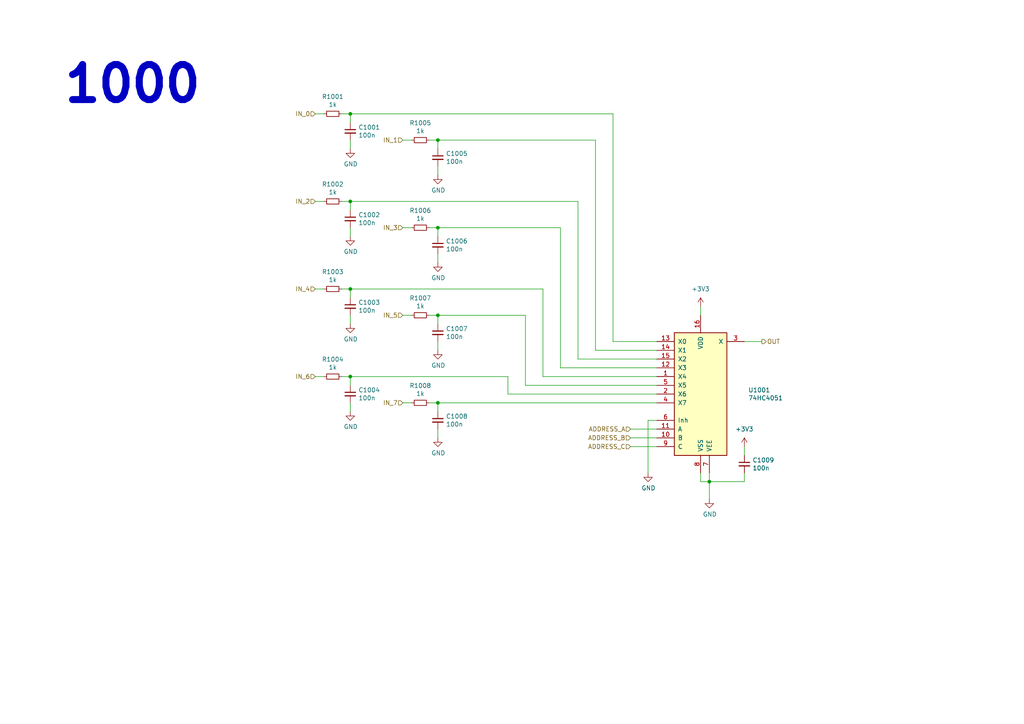
<source format=kicad_sch>
(kicad_sch (version 20231120) (generator "eeschema") (generator_version "8.0")
  (paper "A4")
  (lib_symbols
    (symbol "+3V3_1" (power) (pin_names (offset 0))
      (property "Value" "+3V3" (at 0 3.556 0))
      (symbol "+3V3_1_0_1"
        (polyline (pts (xy -0.762 1.27) (xy 0 2.54)))
        (polyline (pts (xy 0 0) (xy 0 2.54)))
        (polyline (pts (xy 0 2.54) (xy 0.762 1.27)))
      )
      (symbol "+3V3_1_1_1"
        (pin power_in line (at 0 0 90) (length 0) hide (name "+3V3") (number "1"))
      )
    )
    (symbol "CAP_1" (pin_numbers hide) (pin_names (offset 0.254) hide)
      (property "Reference" "C" (at 0.254 1.778 0))
      (symbol "CAP_1_0_1"
        (polyline (pts (xy -1.524 -0.508) (xy 1.524 -0.508)) (stroke (width 0.3302)))
        (polyline (pts (xy -1.524 0.508) (xy 1.524 0.508)) (stroke (width 0.3048)))
      )
      (symbol "CAP_1_1_1"
        (pin passive line (at 0 2.54 270) (length 2.032) (name "~") (number "1"))
        (pin passive line (at 0 -2.54 90) (length 2.032) (name "~") (number "2"))
      )
    )
    (symbol "CAP_2" (pin_numbers hide) (pin_names (offset 0.254) hide)
      (property "Reference" "C" (at 0.254 1.778 0))
      (symbol "CAP_2_0_1"
        (polyline (pts (xy -1.524 -0.508) (xy 1.524 -0.508)) (stroke (width 0.3302)))
        (polyline (pts (xy -1.524 0.508) (xy 1.524 0.508)) (stroke (width 0.3048)))
      )
      (symbol "CAP_2_1_1"
        (pin passive line (at 0 2.54 270) (length 2.032) (name "~") (number "1"))
        (pin passive line (at 0 -2.54 90) (length 2.032) (name "~") (number "2"))
      )
    )
    (symbol "CAP_3" (pin_numbers hide) (pin_names (offset 0.254) hide)
      (property "Reference" "C" (at 0.254 1.778 0))
      (symbol "CAP_3_0_1"
        (polyline (pts (xy -1.524 -0.508) (xy 1.524 -0.508)) (stroke (width 0.3302)))
        (polyline (pts (xy -1.524 0.508) (xy 1.524 0.508)) (stroke (width 0.3048)))
      )
      (symbol "CAP_3_1_1"
        (pin passive line (at 0 2.54 270) (length 2.032) (name "~") (number "1"))
        (pin passive line (at 0 -2.54 90) (length 2.032) (name "~") (number "2"))
      )
    )
    (symbol "CAP_4" (pin_numbers hide) (pin_names (offset 0.254) hide)
      (property "Reference" "C" (at 0.254 1.778 0))
      (symbol "CAP_4_0_1"
        (polyline (pts (xy -1.524 -0.508) (xy 1.524 -0.508)) (stroke (width 0.3302)))
        (polyline (pts (xy -1.524 0.508) (xy 1.524 0.508)) (stroke (width 0.3048)))
      )
      (symbol "CAP_4_1_1"
        (pin passive line (at 0 2.54 270) (length 2.032) (name "~") (number "1"))
        (pin passive line (at 0 -2.54 90) (length 2.032) (name "~") (number "2"))
      )
    )
    (symbol "CAP_5" (pin_numbers hide) (pin_names (offset 0.254) hide)
      (property "Reference" "C" (at 0.254 1.778 0))
      (symbol "CAP_5_0_1"
        (polyline (pts (xy -1.524 -0.508) (xy 1.524 -0.508)) (stroke (width 0.3302)))
        (polyline (pts (xy -1.524 0.508) (xy 1.524 0.508)) (stroke (width 0.3048)))
      )
      (symbol "CAP_5_1_1"
        (pin passive line (at 0 2.54 270) (length 2.032) (name "~") (number "1"))
        (pin passive line (at 0 -2.54 90) (length 2.032) (name "~") (number "2"))
      )
    )
    (symbol "CAP_6" (pin_numbers hide) (pin_names (offset 0.254) hide)
      (property "Reference" "C" (at 0.254 1.778 0))
      (symbol "CAP_6_0_1"
        (polyline (pts (xy -1.524 -0.508) (xy 1.524 -0.508)) (stroke (width 0.3302)))
        (polyline (pts (xy -1.524 0.508) (xy 1.524 0.508)) (stroke (width 0.3048)))
      )
      (symbol "CAP_6_1_1"
        (pin passive line (at 0 2.54 270) (length 2.032) (name "~") (number "1"))
        (pin passive line (at 0 -2.54 90) (length 2.032) (name "~") (number "2"))
      )
    )
    (symbol "CAP_7" (pin_numbers hide) (pin_names (offset 0.254) hide)
      (property "Reference" "C" (at 0.254 1.778 0))
      (symbol "CAP_7_0_1"
        (polyline (pts (xy -1.524 -0.508) (xy 1.524 -0.508)) (stroke (width 0.3302)))
        (polyline (pts (xy -1.524 0.508) (xy 1.524 0.508)) (stroke (width 0.3048)))
      )
      (symbol "CAP_7_1_1"
        (pin passive line (at 0 2.54 270) (length 2.032) (name "~") (number "1"))
        (pin passive line (at 0 -2.54 90) (length 2.032) (name "~") (number "2"))
      )
    )
    (symbol "CAP_8" (pin_numbers hide) (pin_names (offset 0.254) hide)
      (property "Reference" "C" (at 0.254 1.778 0))
      (symbol "CAP_8_0_1"
        (polyline (pts (xy -1.524 -0.508) (xy 1.524 -0.508)) (stroke (width 0.3302)))
        (polyline (pts (xy -1.524 0.508) (xy 1.524 0.508)) (stroke (width 0.3048)))
      )
      (symbol "CAP_8_1_1"
        (pin passive line (at 0 2.54 270) (length 2.032) (name "~") (number "1"))
        (pin passive line (at 0 -2.54 90) (length 2.032) (name "~") (number "2"))
      )
    )
    (symbol "GND_1" (power) (pin_names (offset 0))
      (property "Value" "GND" (at 0 -3.81 0))
      (symbol "GND_1_0_1"
        (polyline (pts (xy 0 0) (xy 0 -1.27) (xy 1.27 -1.27) (xy 0 -2.54) (xy -1.27 -1.27) (xy 0 -1.27)))
      )
      (symbol "GND_1_1_1"
        (pin power_in line (at 0 0 270) (length 0) hide (name "GND") (number "1"))
      )
    )
    (symbol "GND_2" (power) (pin_names (offset 0))
      (property "Value" "GND" (at 0 -3.81 0))
      (symbol "GND_2_0_1"
        (polyline (pts (xy 0 0) (xy 0 -1.27) (xy 1.27 -1.27) (xy 0 -2.54) (xy -1.27 -1.27) (xy 0 -1.27)))
      )
      (symbol "GND_2_1_1"
        (pin power_in line (at 0 0 270) (length 0) hide (name "GND") (number "1"))
      )
    )
    (symbol "GND_3" (power) (pin_names (offset 0))
      (property "Value" "GND" (at 0 -3.81 0))
      (symbol "GND_3_0_1"
        (polyline (pts (xy 0 0) (xy 0 -1.27) (xy 1.27 -1.27) (xy 0 -2.54) (xy -1.27 -1.27) (xy 0 -1.27)))
      )
      (symbol "GND_3_1_1"
        (pin power_in line (at 0 0 270) (length 0) hide (name "GND") (number "1"))
      )
    )
    (symbol "GND_4" (power) (pin_names (offset 0))
      (property "Value" "GND" (at 0 -3.81 0))
      (symbol "GND_4_0_1"
        (polyline (pts (xy 0 0) (xy 0 -1.27) (xy 1.27 -1.27) (xy 0 -2.54) (xy -1.27 -1.27) (xy 0 -1.27)))
      )
      (symbol "GND_4_1_1"
        (pin power_in line (at 0 0 270) (length 0) hide (name "GND") (number "1"))
      )
    )
    (symbol "GND_5" (power) (pin_names (offset 0))
      (property "Value" "GND" (at 0 -3.81 0))
      (symbol "GND_5_0_1"
        (polyline (pts (xy 0 0) (xy 0 -1.27) (xy 1.27 -1.27) (xy 0 -2.54) (xy -1.27 -1.27) (xy 0 -1.27)))
      )
      (symbol "GND_5_1_1"
        (pin power_in line (at 0 0 270) (length 0) hide (name "GND") (number "1"))
      )
    )
    (symbol "GND_6" (power) (pin_names (offset 0))
      (property "Value" "GND" (at 0 -3.81 0))
      (symbol "GND_6_0_1"
        (polyline (pts (xy 0 0) (xy 0 -1.27) (xy 1.27 -1.27) (xy 0 -2.54) (xy -1.27 -1.27) (xy 0 -1.27)))
      )
      (symbol "GND_6_1_1"
        (pin power_in line (at 0 0 270) (length 0) hide (name "GND") (number "1"))
      )
    )
    (symbol "GND_7" (power) (pin_names (offset 0))
      (property "Value" "GND" (at 0 -3.81 0))
      (symbol "GND_7_0_1"
        (polyline (pts (xy 0 0) (xy 0 -1.27) (xy 1.27 -1.27) (xy 0 -2.54) (xy -1.27 -1.27) (xy 0 -1.27)))
      )
      (symbol "GND_7_1_1"
        (pin power_in line (at 0 0 270) (length 0) hide (name "GND") (number "1"))
      )
    )
    (symbol "GND_8" (power) (pin_names (offset 0))
      (property "Value" "GND" (at 0 -3.81 0))
      (symbol "GND_8_0_1"
        (polyline (pts (xy 0 0) (xy 0 -1.27) (xy 1.27 -1.27) (xy 0 -2.54) (xy -1.27 -1.27) (xy 0 -1.27)))
      )
      (symbol "GND_8_1_1"
        (pin power_in line (at 0 0 270) (length 0) hide (name "GND") (number "1"))
      )
    )
    (symbol "GND_9" (power) (pin_names (offset 0))
      (property "Value" "GND" (at 0 -3.81 0))
      (symbol "GND_9_0_1"
        (polyline (pts (xy 0 0) (xy 0 -1.27) (xy 1.27 -1.27) (xy 0 -2.54) (xy -1.27 -1.27) (xy 0 -1.27)))
      )
      (symbol "GND_9_1_1"
        (pin power_in line (at 0 0 270) (length 0) hide (name "GND") (number "1"))
      )
    )
    (symbol "RES_1" (pin_numbers hide) (pin_names (offset 0.254) hide)
      (property "Reference" "R" (at 0.762 0.508 0))
      (symbol "RES_1_1_1"
        (rectangle (start -0.762 1.778) (end 0.762 -1.778) (stroke (width 0.2032)))
        (pin passive line (at 0 2.54 270) (length 0.762) (name "~") (number "1"))
        (pin passive line (at 0 -2.54 90) (length 0.762) (name "~") (number "2"))
      )
    )
    (symbol "RES_2" (pin_numbers hide) (pin_names (offset 0.254) hide)
      (property "Reference" "R" (at 0.762 0.508 0))
      (symbol "RES_2_1_1"
        (rectangle (start -0.762 1.778) (end 0.762 -1.778) (stroke (width 0.2032)))
        (pin passive line (at 0 2.54 270) (length 0.762) (name "~") (number "1"))
        (pin passive line (at 0 -2.54 90) (length 0.762) (name "~") (number "2"))
      )
    )
    (symbol "RES_3" (pin_numbers hide) (pin_names (offset 0.254) hide)
      (property "Reference" "R" (at 0.762 0.508 0))
      (symbol "RES_3_1_1"
        (rectangle (start -0.762 1.778) (end 0.762 -1.778) (stroke (width 0.2032)))
        (pin passive line (at 0 2.54 270) (length 0.762) (name "~") (number "1"))
        (pin passive line (at 0 -2.54 90) (length 0.762) (name "~") (number "2"))
      )
    )
    (symbol "RES_4" (pin_numbers hide) (pin_names (offset 0.254) hide)
      (property "Reference" "R" (at 0.762 0.508 0))
      (symbol "RES_4_1_1"
        (rectangle (start -0.762 1.778) (end 0.762 -1.778) (stroke (width 0.2032)))
        (pin passive line (at 0 2.54 270) (length 0.762) (name "~") (number "1"))
        (pin passive line (at 0 -2.54 90) (length 0.762) (name "~") (number "2"))
      )
    )
    (symbol "RES_5" (pin_numbers hide) (pin_names (offset 0.254) hide)
      (property "Reference" "R" (at 0.762 0.508 0))
      (symbol "RES_5_1_1"
        (rectangle (start -0.762 1.778) (end 0.762 -1.778) (stroke (width 0.2032)))
        (pin passive line (at 0 2.54 270) (length 0.762) (name "~") (number "1"))
        (pin passive line (at 0 -2.54 90) (length 0.762) (name "~") (number "2"))
      )
    )
    (symbol "RES_6" (pin_numbers hide) (pin_names (offset 0.254) hide)
      (property "Reference" "R" (at 0.762 0.508 0))
      (symbol "RES_6_1_1"
        (rectangle (start -0.762 1.778) (end 0.762 -1.778) (stroke (width 0.2032)))
        (pin passive line (at 0 2.54 270) (length 0.762) (name "~") (number "1"))
        (pin passive line (at 0 -2.54 90) (length 0.762) (name "~") (number "2"))
      )
    )
    (symbol "RES_7" (pin_numbers hide) (pin_names (offset 0.254) hide)
      (property "Reference" "R" (at 0.762 0.508 0))
      (symbol "RES_7_1_1"
        (rectangle (start -0.762 1.778) (end 0.762 -1.778) (stroke (width 0.2032)))
        (pin passive line (at 0 2.54 270) (length 0.762) (name "~") (number "1"))
        (pin passive line (at 0 -2.54 90) (length 0.762) (name "~") (number "2"))
      )
    )
    (symbol "power:+3V3" (power) (pin_names (offset 0))
      (property "Value" "+3V3" (at 0 3.556 0))
      (symbol "+3V3_0_1"
        (polyline (pts (xy -0.762 1.27) (xy 0 2.54)))
        (polyline (pts (xy 0 0) (xy 0 2.54)))
        (polyline (pts (xy 0 2.54) (xy 0.762 1.27)))
      )
      (symbol "+3V3_1_1"
        (pin power_in line (at 0 0 90) (length 0) hide (name "+3V3") (number "1"))
      )
    )
    (symbol "power:GND" (power) (pin_names (offset 0))
      (property "Value" "GND" (at 0 -3.81 0))
      (symbol "GND_0_1"
        (polyline (pts (xy 0 0) (xy 0 -1.27) (xy 1.27 -1.27) (xy 0 -2.54) (xy -1.27 -1.27) (xy 0 -1.27)))
      )
      (symbol "GND_1_1"
        (pin power_in line (at 0 0 270) (length 0) hide (name "GND") (number "1"))
      )
    )
    (symbol "suku_basics:74HC4051" (pin_names (offset 1.016))
      (property "Reference" "U" (at -7.62 19.05 0))
      (property "Value" "74HC4051" (at -7.62 -19.05 0))
      (symbol "74HC4051_1_0"
        (pin passive line (at -12.7 5.08 0) (length 5.08) (name "X4") (number "1"))
        (pin input line (at -12.7 -12.7 0) (length 5.08) (name "B") (number "10"))
        (pin input line (at -12.7 -10.16 0) (length 5.08) (name "A") (number "11"))
        (pin passive line (at -12.7 7.62 0) (length 5.08) (name "X3") (number "12"))
        (pin passive line (at -12.7 15.24 0) (length 5.08) (name "X0") (number "13"))
        (pin passive line (at -12.7 12.7 0) (length 5.08) (name "X1") (number "14"))
        (pin passive line (at -12.7 10.16 0) (length 5.08) (name "X2") (number "15"))
        (pin power_in line (at 0 22.86 270) (length 5.08) (name "VDD") (number "16"))
        (pin passive line (at -12.7 0 0) (length 5.08) (name "X6") (number "2"))
        (pin passive line (at 12.7 15.24 180) (length 5.08) (name "X") (number "3"))
        (pin passive line (at -12.7 -2.54 0) (length 5.08) (name "X7") (number "4"))
        (pin passive line (at -12.7 2.54 0) (length 5.08) (name "X5") (number "5"))
        (pin input line (at -12.7 -7.62 0) (length 5.08) (name "Inh") (number "6"))
        (pin power_in line (at 2.54 -22.86 90) (length 5.08) (name "VEE") (number "7"))
        (pin power_in line (at 0 -22.86 90) (length 5.08) (name "VSS") (number "8"))
        (pin input line (at -12.7 -15.24 0) (length 5.08) (name "C") (number "9"))
      )
      (symbol "74HC4051_1_1"
        (rectangle (start -7.62 17.78) (end 7.62 -17.78) (stroke (width 0.254)) (fill (type background)))
      )
    )
    (symbol "suku_basics:CAP" (pin_numbers hide) (pin_names (offset 0.254) hide)
      (property "Reference" "C" (at 0.254 1.778 0))
      (symbol "CAP_0_1"
        (polyline (pts (xy -1.524 -0.508) (xy 1.524 -0.508)) (stroke (width 0.3302)))
        (polyline (pts (xy -1.524 0.508) (xy 1.524 0.508)) (stroke (width 0.3048)))
      )
      (symbol "CAP_1_1"
        (pin passive line (at 0 2.54 270) (length 2.032) (name "~") (number "1"))
        (pin passive line (at 0 -2.54 90) (length 2.032) (name "~") (number "2"))
      )
    )
    (symbol "suku_basics:RES" (pin_numbers hide) (pin_names (offset 0.254) hide)
      (property "Reference" "R" (at 0.762 0.508 0))
      (symbol "RES_1_1"
        (rectangle (start -0.762 1.778) (end 0.762 -1.778) (stroke (width 0.2032)))
        (pin passive line (at 0 2.54 270) (length 0.762) (name "~") (number "1"))
        (pin passive line (at 0 -2.54 90) (length 0.762) (name "~") (number "2"))
      )
    )
  )
  (junction (at 127 66.04))
  (junction (at 101.6 58.42))
  (junction (at 127 40.64))
  (junction (at 127 116.84))
  (junction (at 101.6 83.82))
  (junction (at 101.6 109.22))
  (junction (at 127 91.44))
  (junction (at 101.6 33.02))
  (junction (at 205.74 139.7))
  (wire (pts (xy 127 91.44) (xy 152.4 91.44)))
  (wire (pts (xy 101.6 43.18) (xy 101.6 40.64)))
  (wire (pts (xy 157.48 83.82) (xy 157.48 109.22)))
  (wire (pts (xy 127 68.58) (xy 127 66.04)))
  (wire (pts (xy 190.5 99.06) (xy 177.8 99.06)))
  (wire (pts (xy 101.6 119.38) (xy 101.6 116.84)))
  (wire (pts (xy 203.2 137.16) (xy 203.2 139.7)))
  (wire (pts (xy 101.6 68.58) (xy 101.6 66.04)))
  (wire (pts (xy 215.9 139.7) (xy 215.9 137.16)))
  (wire (pts (xy 127 116.84) (xy 190.5 116.84)))
  (wire (pts (xy 101.6 111.76) (xy 101.6 109.22)))
  (wire (pts (xy 91.44 33.02) (xy 93.98 33.02)))
  (wire (pts (xy 101.6 33.02) (xy 177.8 33.02)))
  (wire (pts (xy 187.96 121.92) (xy 190.5 121.92)))
  (wire (pts (xy 203.2 88.9) (xy 203.2 91.44)))
  (wire (pts (xy 152.4 111.76) (xy 190.5 111.76)))
  (wire (pts (xy 127 76.2) (xy 127 73.66)))
  (wire (pts (xy 127 40.64) (xy 172.72 40.64)))
  (wire (pts (xy 91.44 83.82) (xy 93.98 83.82)))
  (wire (pts (xy 127 66.04) (xy 162.56 66.04)))
  (wire (pts (xy 101.6 93.98) (xy 101.6 91.44)))
  (wire (pts (xy 147.32 114.3) (xy 190.5 114.3)))
  (wire (pts (xy 101.6 109.22) (xy 147.32 109.22)))
  (wire (pts (xy 162.56 66.04) (xy 162.56 106.68)))
  (wire (pts (xy 152.4 91.44) (xy 152.4 111.76)))
  (wire (pts (xy 167.64 58.42) (xy 167.64 104.14)))
  (wire (pts (xy 215.9 129.54) (xy 215.9 132.08)))
  (wire (pts (xy 172.72 40.64) (xy 172.72 101.6)))
  (wire (pts (xy 99.06 83.82) (xy 101.6 83.82)))
  (wire (pts (xy 101.6 35.56) (xy 101.6 33.02)))
  (wire (pts (xy 101.6 58.42) (xy 167.64 58.42)))
  (wire (pts (xy 147.32 109.22) (xy 147.32 114.3)))
  (wire (pts (xy 205.74 144.78) (xy 205.74 139.7)))
  (wire (pts (xy 119.38 116.84) (xy 116.84 116.84)))
  (wire (pts (xy 119.38 40.64) (xy 116.84 40.64)))
  (wire (pts (xy 101.6 33.02) (xy 99.06 33.02)))
  (wire (pts (xy 157.48 109.22) (xy 190.5 109.22)))
  (wire (pts (xy 101.6 86.36) (xy 101.6 83.82)))
  (wire (pts (xy 177.8 33.02) (xy 177.8 99.06)))
  (wire (pts (xy 187.96 137.16) (xy 187.96 121.92)))
  (wire (pts (xy 99.06 109.22) (xy 101.6 109.22)))
  (wire (pts (xy 182.88 124.46) (xy 190.5 124.46)))
  (wire (pts (xy 119.38 91.44) (xy 116.84 91.44)))
  (wire (pts (xy 124.46 116.84) (xy 127 116.84)))
  (wire (pts (xy 124.46 66.04) (xy 127 66.04)))
  (wire (pts (xy 167.64 104.14) (xy 190.5 104.14)))
  (wire (pts (xy 127 50.8) (xy 127 48.26)))
  (wire (pts (xy 205.74 139.7) (xy 215.9 139.7)))
  (wire (pts (xy 162.56 106.68) (xy 190.5 106.68)))
  (wire (pts (xy 99.06 58.42) (xy 101.6 58.42)))
  (wire (pts (xy 127 127) (xy 127 124.46)))
  (wire (pts (xy 182.88 129.54) (xy 190.5 129.54)))
  (wire (pts (xy 190.5 127) (xy 182.88 127)))
  (wire (pts (xy 127 101.6) (xy 127 99.06)))
  (wire (pts (xy 203.2 139.7) (xy 205.74 139.7)))
  (wire (pts (xy 119.38 66.04) (xy 116.84 66.04)))
  (wire (pts (xy 205.74 139.7) (xy 205.74 137.16)))
  (wire (pts (xy 127 93.98) (xy 127 91.44)))
  (wire (pts (xy 91.44 58.42) (xy 93.98 58.42)))
  (wire (pts (xy 124.46 91.44) (xy 127 91.44)))
  (wire (pts (xy 127 43.18) (xy 127 40.64)))
  (wire (pts (xy 124.46 40.64) (xy 127 40.64)))
  (wire (pts (xy 127 119.38) (xy 127 116.84)))
  (wire (pts (xy 101.6 58.42) (xy 101.6 60.96)))
  (wire (pts (xy 172.72 101.6) (xy 190.5 101.6)))
  (wire (pts (xy 101.6 83.82) (xy 157.48 83.82)))
  (wire (pts (xy 91.44 109.22) (xy 93.98 109.22)))
  (wire (pts (xy 215.9 99.06) (xy 220.98 99.06)))
  (text "1000" (at 17.78 30.48 0) (effects (font (size 10.16 10.16) (thickness 2.032) (bold yes)) (justify left bottom)))
  (hierarchical_label "IN_1" (shape input) (at 116.84 40.64 180))
  (hierarchical_label "IN_7" (shape input) (at 116.84 116.84 180))
  (hierarchical_label "IN_2" (shape input) (at 91.44 58.42 180))
  (hierarchical_label "IN_0" (shape input) (at 91.44 33.02 180))
  (hierarchical_label "OUT" (shape output) (at 220.98 99.06 0))
  (hierarchical_label "ADDRESS_C" (shape input) (at 182.88 129.54 180))
  (hierarchical_label "IN_5" (shape input) (at 116.84 91.44 180))
  (hierarchical_label "ADDRESS_B" (shape input) (at 182.88 127 180))
  (hierarchical_label "IN_4" (shape input) (at 91.44 83.82 180))
  (hierarchical_label "IN_3" (shape input) (at 116.84 66.04 180))
  (hierarchical_label "ADDRESS_A" (shape input) (at 182.88 124.46 180))
  (hierarchical_label "IN_6" (shape input) (at 91.44 109.22 180))
  (symbol (lib_id "suku_basics:CAP") (at 215.9 134.62 0) (unit 1)
    (property "Reference" "C1009" (at 218.2368 133.4516 0) (effects (justify left)))
    (property "Value" "100n" (at 218.2368 135.763 0) (effects (justify left)))
    (property "Footprint" "suku_basics:CAP_0402" (effects (hide yes)))
    (instances (project "PCBA-TEK1" (path "" (reference "C1009") (unit 1)) (path "" (reference "C1018") (unit 1))))
  )
  (symbol (lib_id "power:GND") (at 205.74 144.78 0) (unit 1)
    (property "Reference" "#PWR01011" (effects (hide yes)))
    (property "Value" "GND" (at 205.867 149.1742 0))
    (instances (project "PCBA-TEK1" (path "" (reference "#PWR01011") (unit 1)) (path "" (reference "#PWR01023") (unit 1))))
  )
  (symbol (lib_id "suku_basics:RES") (at 96.52 33.02 270) (unit 1)
    (property "Reference" "R1001" (at 96.52 28.0416 90))
    (property "Value" "1k" (at 96.52 30.353 90))
    (property "Footprint" "suku_basics:RES_0402" (effects (hide yes)))
    (instances (project "PCBA-TEK1" (path "" (reference "R1001") (unit 1)) (path "" (reference "R1009") (unit 1))))
  )
  (symbol (lib_name "RES_7") (lib_id "suku_basics:RES") (at 121.92 40.64 270) (unit 1)
    (property "Reference" "R1005" (at 121.92 35.6616 90))
    (property "Value" "1k" (at 121.92 37.973 90))
    (property "Footprint" "suku_basics:RES_0402" (effects (hide yes)))
    (instances (project "PCBA-TEK1" (path "" (reference "R1005") (unit 1)) (path "" (reference "R1013") (unit 1))))
  )
  (symbol (lib_name "RES_6") (lib_id "suku_basics:RES") (at 96.52 58.42 270) (unit 1)
    (property "Reference" "R1002" (at 96.52 53.4416 90))
    (property "Value" "1k" (at 96.52 55.753 90))
    (property "Footprint" "suku_basics:RES_0402" (effects (hide yes)))
    (instances (project "PCBA-TEK1" (path "" (reference "R1002") (unit 1)) (path "" (reference "R1010") (unit 1))))
  )
  (symbol (lib_name "RES_4") (lib_id "suku_basics:RES") (at 121.92 66.04 270) (unit 1)
    (property "Reference" "R1006" (at 121.92 61.0616 90))
    (property "Value" "1k" (at 121.92 63.373 90))
    (property "Footprint" "suku_basics:RES_0402" (effects (hide yes)))
    (instances (project "PCBA-TEK1" (path "" (reference "R1006") (unit 1)) (path "" (reference "R1014") (unit 1))))
  )
  (symbol (lib_name "RES_3") (lib_id "suku_basics:RES") (at 96.52 83.82 270) (unit 1)
    (property "Reference" "R1003" (at 96.52 78.8416 90))
    (property "Value" "1k" (at 96.52 81.153 90))
    (property "Footprint" "suku_basics:RES_0402" (effects (hide yes)))
    (instances (project "PCBA-TEK1" (path "" (reference "R1003") (unit 1)) (path "" (reference "R1011") (unit 1))))
  )
  (symbol (lib_name "RES_2") (lib_id "suku_basics:RES") (at 121.92 91.44 270) (unit 1)
    (property "Reference" "R1007" (at 121.92 86.4616 90))
    (property "Value" "1k" (at 121.92 88.773 90))
    (property "Footprint" "suku_basics:RES_0402" (effects (hide yes)))
    (instances (project "PCBA-TEK1" (path "" (reference "R1007") (unit 1)) (path "" (reference "R1015") (unit 1))))
  )
  (symbol (lib_name "RES_5") (lib_id "suku_basics:RES") (at 96.52 109.22 270) (unit 1)
    (property "Reference" "R1004" (at 96.52 104.2416 90))
    (property "Value" "1k" (at 96.52 106.553 90))
    (property "Footprint" "suku_basics:RES_0402" (effects (hide yes)))
    (instances (project "PCBA-TEK1" (path "" (reference "R1004") (unit 1)) (path "" (reference "R1012") (unit 1))))
  )
  (symbol (lib_name "RES_1") (lib_id "suku_basics:RES") (at 121.92 116.84 270) (unit 1)
    (property "Reference" "R1008" (at 121.92 111.8616 90))
    (property "Value" "1k" (at 121.92 114.173 90))
    (property "Footprint" "suku_basics:RES_0402" (effects (hide yes)))
    (instances (project "PCBA-TEK1" (path "" (reference "R1008") (unit 1)) (path "" (reference "R1016") (unit 1))))
  )
  (symbol (lib_name "CAP_8") (lib_id "suku_basics:CAP") (at 101.6 38.1 0) (unit 1)
    (property "Reference" "C1001" (at 103.9368 36.9316 0) (effects (justify left)))
    (property "Value" "100n" (at 103.9368 39.243 0) (effects (justify left)))
    (property "Footprint" "suku_basics:CAP_0402" (effects (hide yes)))
    (instances (project "PCBA-TEK1" (path "" (reference "C1001") (unit 1)) (path "" (reference "C1010") (unit 1))))
  )
  (symbol (lib_name "GND_9") (lib_id "power:GND") (at 101.6 43.18 0) (unit 1)
    (property "Reference" "#PWR01001" (effects (hide yes)))
    (property "Value" "GND" (at 101.727 47.5742 0))
    (instances (project "PCBA-TEK1" (path "" (reference "#PWR01001") (unit 1)) (path "" (reference "#PWR01013") (unit 1))))
  )
  (symbol (lib_name "CAP_7") (lib_id "suku_basics:CAP") (at 127 45.72 0) (unit 1)
    (property "Reference" "C1005" (at 129.3368 44.5516 0) (effects (justify left)))
    (property "Value" "100n" (at 129.3368 46.863 0) (effects (justify left)))
    (property "Footprint" "suku_basics:CAP_0402" (effects (hide yes)))
    (instances (project "PCBA-TEK1" (path "" (reference "C1005") (unit 1)) (path "" (reference "C1014") (unit 1))))
  )
  (symbol (lib_name "GND_7") (lib_id "power:GND") (at 127 50.8 0) (unit 1)
    (property "Reference" "#PWR01005" (effects (hide yes)))
    (property "Value" "GND" (at 127.127 55.1942 0))
    (instances (project "PCBA-TEK1" (path "" (reference "#PWR01005") (unit 1)) (path "" (reference "#PWR01017") (unit 1))))
  )
  (symbol (lib_name "CAP_6") (lib_id "suku_basics:CAP") (at 101.6 63.5 0) (unit 1)
    (property "Reference" "C1002" (at 103.9368 62.3316 0) (effects (justify left)))
    (property "Value" "100n" (at 103.9368 64.643 0) (effects (justify left)))
    (property "Footprint" "suku_basics:CAP_0402" (effects (hide yes)))
    (instances (project "PCBA-TEK1" (path "" (reference "C1002") (unit 1)) (path "" (reference "C1011") (unit 1))))
  )
  (symbol (lib_name "GND_6") (lib_id "power:GND") (at 101.6 68.58 0) (unit 1)
    (property "Reference" "#PWR01002" (effects (hide yes)))
    (property "Value" "GND" (at 101.727 72.9742 0))
    (instances (project "PCBA-TEK1" (path "" (reference "#PWR01002") (unit 1)) (path "" (reference "#PWR01014") (unit 1))))
  )
  (symbol (lib_name "CAP_5") (lib_id "suku_basics:CAP") (at 127 71.12 0) (unit 1)
    (property "Reference" "C1006" (at 129.3368 69.9516 0) (effects (justify left)))
    (property "Value" "100n" (at 129.3368 72.263 0) (effects (justify left)))
    (property "Footprint" "suku_basics:CAP_0402" (effects (hide yes)))
    (instances (project "PCBA-TEK1" (path "" (reference "C1006") (unit 1)) (path "" (reference "C1015") (unit 1))))
  )
  (symbol (lib_name "GND_8") (lib_id "power:GND") (at 127 76.2 0) (unit 1)
    (property "Reference" "#PWR01006" (effects (hide yes)))
    (property "Value" "GND" (at 127.127 80.5942 0))
    (instances (project "PCBA-TEK1" (path "" (reference "#PWR01006") (unit 1)) (path "" (reference "#PWR01018") (unit 1))))
  )
  (symbol (lib_name "CAP_4") (lib_id "suku_basics:CAP") (at 101.6 88.9 0) (unit 1)
    (property "Reference" "C1003" (at 103.9368 87.7316 0) (effects (justify left)))
    (property "Value" "100n" (at 103.9368 90.043 0) (effects (justify left)))
    (property "Footprint" "suku_basics:CAP_0402" (effects (hide yes)))
    (instances (project "PCBA-TEK1" (path "" (reference "C1003") (unit 1)) (path "" (reference "C1012") (unit 1))))
  )
  (symbol (lib_name "GND_5") (lib_id "power:GND") (at 101.6 93.98 0) (unit 1)
    (property "Reference" "#PWR01003" (effects (hide yes)))
    (property "Value" "GND" (at 101.727 98.3742 0))
    (instances (project "PCBA-TEK1" (path "" (reference "#PWR01003") (unit 1)) (path "" (reference "#PWR01015") (unit 1))))
  )
  (symbol (lib_name "CAP_3") (lib_id "suku_basics:CAP") (at 127 96.52 0) (unit 1)
    (property "Reference" "C1007" (at 129.3368 95.3516 0) (effects (justify left)))
    (property "Value" "100n" (at 129.3368 97.663 0) (effects (justify left)))
    (property "Footprint" "suku_basics:CAP_0402" (effects (hide yes)))
    (instances (project "PCBA-TEK1" (path "" (reference "C1007") (unit 1)) (path "" (reference "C1016") (unit 1))))
  )
  (symbol (lib_name "GND_3") (lib_id "power:GND") (at 127 101.6 0) (unit 1)
    (property "Reference" "#PWR01007" (effects (hide yes)))
    (property "Value" "GND" (at 127.127 105.9942 0))
    (instances (project "PCBA-TEK1" (path "" (reference "#PWR01007") (unit 1)) (path "" (reference "#PWR01019") (unit 1))))
  )
  (symbol (lib_name "CAP_2") (lib_id "suku_basics:CAP") (at 101.6 114.3 0) (unit 1)
    (property "Reference" "C1004" (at 103.9368 113.1316 0) (effects (justify left)))
    (property "Value" "100n" (at 103.9368 115.443 0) (effects (justify left)))
    (property "Footprint" "suku_basics:CAP_0402" (effects (hide yes)))
    (instances (project "PCBA-TEK1" (path "" (reference "C1004") (unit 1)) (path "" (reference "C1013") (unit 1))))
  )
  (symbol (lib_name "GND_2") (lib_id "power:GND") (at 101.6 119.38 0) (unit 1)
    (property "Reference" "#PWR01004" (effects (hide yes)))
    (property "Value" "GND" (at 101.727 123.7742 0))
    (instances (project "PCBA-TEK1" (path "" (reference "#PWR01004") (unit 1)) (path "" (reference "#PWR01016") (unit 1))))
  )
  (symbol (lib_name "CAP_1") (lib_id "suku_basics:CAP") (at 127 121.92 0) (unit 1)
    (property "Reference" "C1008" (at 129.3368 120.7516 0) (effects (justify left)))
    (property "Value" "100n" (at 129.3368 123.063 0) (effects (justify left)))
    (property "Footprint" "suku_basics:CAP_0402" (effects (hide yes)))
    (instances (project "PCBA-TEK1" (path "" (reference "C1008") (unit 1)) (path "" (reference "C1017") (unit 1))))
  )
  (symbol (lib_name "GND_4") (lib_id "power:GND") (at 127 127 0) (unit 1)
    (property "Reference" "#PWR01008" (effects (hide yes)))
    (property "Value" "GND" (at 127.127 131.3942 0))
    (instances (project "PCBA-TEK1" (path "" (reference "#PWR01008") (unit 1)) (path "" (reference "#PWR01020") (unit 1))))
  )
  (symbol (lib_name "GND_1") (lib_id "power:GND") (at 187.96 137.16 0) (unit 1)
    (property "Reference" "#PWR01009" (effects (hide yes)))
    (property "Value" "GND" (at 188.087 141.5542 0))
    (instances (project "PCBA-TEK1" (path "" (reference "#PWR01009") (unit 1)) (path "" (reference "#PWR01021") (unit 1))))
  )
  (symbol (lib_id "suku_basics:74HC4051") (at 203.2 114.3 0) (unit 1)
    (property "Reference" "U1001" (at 217.0176 113.1316 0) (effects (justify left)))
    (property "Value" "74HC4051" (at 217.0176 115.443 0) (effects (justify left)))
    (property "Footprint" "suku_basics:SOIC-16_74HC4051" (effects (hide yes)))
    (property "Datasheet" "http://www.intersil.com/content/dam/Intersil/documents/cd40/cd4051bms-52bms-53bms.pdf" (effects (hide yes)))
    (instances (project "PCBA-TEK1" (path "" (reference "U1001") (unit 1)) (path "" (reference "U1002") (unit 1))))
  )
  (symbol (lib_id "power:+3V3") (at 215.9 129.54 0) (unit 1)
    (property "Reference" "#PWR01012" (effects (hide yes)))
    (property "Value" "+3V3" (at 215.9 124.46 0))
    (instances (project "PCBA-TEK1" (path "" (reference "#PWR01012") (unit 1)) (path "" (reference "#PWR01024") (unit 1))))
  )
  (symbol (lib_name "+3V3_1") (lib_id "power:+3V3") (at 203.2 88.9 0) (unit 1)
    (property "Reference" "#PWR01010" (effects (hide yes)))
    (property "Value" "+3V3" (at 203.2 83.82 0))
    (instances (project "PCBA-TEK1" (path "" (reference "#PWR01010") (unit 1)) (path "" (reference "#PWR01022") (unit 1))))
  )
)
</source>
